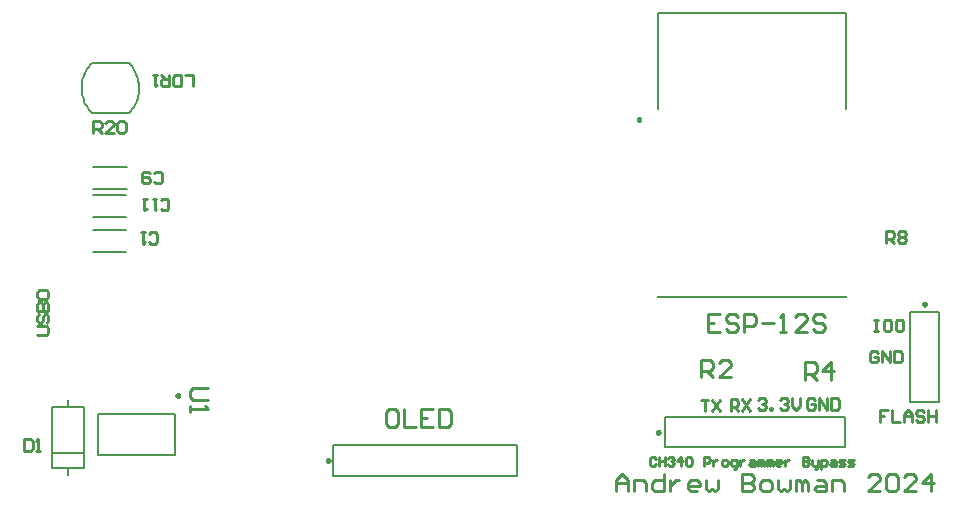
<source format=gto>
%FSTAX23Y23*%
%MOIN*%
%SFA1B1*%

%IPPOS*%
%ADD10C,0.009843*%
%ADD11C,0.007874*%
%ADD12C,0.010000*%
%LNpcb1-1*%
%LPD*%
G54D10*
X02081Y01274D02*
D01*
X02081Y01274*
X02081Y01274*
X02081Y01275*
X02081Y01275*
X02081Y01275*
X02081Y01276*
X02081Y01276*
X02081Y01276*
X02081Y01277*
X0208Y01277*
X0208Y01277*
X0208Y01277*
X0208Y01277*
X02079Y01278*
X02079Y01278*
X02079Y01278*
X02078Y01278*
X02078Y01278*
X02078Y01278*
X02077Y01278*
X02077Y01279*
X02077Y01279*
X02076*
X02076Y01279*
X02076Y01278*
X02075Y01278*
X02075Y01278*
X02075Y01278*
X02074Y01278*
X02074Y01278*
X02074Y01278*
X02074Y01277*
X02073Y01277*
X02073Y01277*
X02073Y01277*
X02073Y01277*
X02072Y01276*
X02072Y01276*
X02072Y01276*
X02072Y01275*
X02072Y01275*
X02072Y01275*
X02072Y01274*
X02072Y01274*
X02072Y01274*
X02072Y01273*
X02072Y01273*
X02072Y01273*
X02072Y01272*
X02072Y01272*
X02072Y01272*
X02072Y01271*
X02072Y01271*
X02073Y01271*
X02073Y0127*
X02073Y0127*
X02073Y0127*
X02074Y0127*
X02074Y0127*
X02074Y01269*
X02074Y01269*
X02075Y01269*
X02075Y01269*
X02075Y01269*
X02076Y01269*
X02076Y01269*
X02076Y01269*
X02077*
X02077Y01269*
X02077Y01269*
X02078Y01269*
X02078Y01269*
X02078Y01269*
X02079Y01269*
X02079Y01269*
X02079Y0127*
X0208Y0127*
X0208Y0127*
X0208Y0127*
X0208Y0127*
X02081Y01271*
X02081Y01271*
X02081Y01271*
X02081Y01272*
X02081Y01272*
X02081Y01272*
X02081Y01273*
X02081Y01273*
X02081Y01273*
X02081Y01274*
X02145Y00232D02*
D01*
X02145Y00232*
X02145Y00232*
X02145Y00233*
X02145Y00233*
X02145Y00233*
X02144Y00234*
X02144Y00234*
X02144Y00234*
X02144Y00234*
X02144Y00235*
X02143Y00235*
X02143Y00235*
X02143Y00235*
X02143Y00236*
X02142Y00236*
X02142Y00236*
X02142Y00236*
X02141Y00236*
X02141Y00236*
X02141Y00236*
X0214Y00236*
X0214Y00236*
X0214*
X02139Y00236*
X02139Y00236*
X02139Y00236*
X02138Y00236*
X02138Y00236*
X02138Y00236*
X02137Y00236*
X02137Y00236*
X02137Y00235*
X02137Y00235*
X02136Y00235*
X02136Y00235*
X02136Y00234*
X02136Y00234*
X02136Y00234*
X02135Y00234*
X02135Y00233*
X02135Y00233*
X02135Y00233*
X02135Y00232*
X02135Y00232*
X02135Y00232*
X02135Y00231*
X02135Y00231*
X02135Y0023*
X02135Y0023*
X02135Y0023*
X02135Y00229*
X02136Y00229*
X02136Y00229*
X02136Y00229*
X02136Y00228*
X02136Y00228*
X02137Y00228*
X02137Y00228*
X02137Y00227*
X02137Y00227*
X02138Y00227*
X02138Y00227*
X02138Y00227*
X02139Y00227*
X02139Y00227*
X02139Y00227*
X0214Y00227*
X0214*
X0214Y00227*
X02141Y00227*
X02141Y00227*
X02141Y00227*
X02142Y00227*
X02142Y00227*
X02142Y00227*
X02143Y00227*
X02143Y00228*
X02143Y00228*
X02143Y00228*
X02144Y00228*
X02144Y00229*
X02144Y00229*
X02144Y00229*
X02144Y00229*
X02145Y0023*
X02145Y0023*
X02145Y0023*
X02145Y00231*
X02145Y00231*
X02145Y00232*
X03033Y00658D02*
D01*
X03033Y00658*
X03033Y00659*
X03033Y00659*
X03033Y00659*
X03033Y0066*
X03033Y0066*
X03033Y0066*
X03033Y00661*
X03032Y00661*
X03032Y00661*
X03032Y00662*
X03032Y00662*
X03032Y00662*
X03031Y00662*
X03031Y00662*
X03031Y00663*
X0303Y00663*
X0303Y00663*
X0303Y00663*
X03029Y00663*
X03029Y00663*
X03029Y00663*
X03028*
X03028Y00663*
X03028Y00663*
X03027Y00663*
X03027Y00663*
X03027Y00663*
X03026Y00663*
X03026Y00662*
X03026Y00662*
X03025Y00662*
X03025Y00662*
X03025Y00662*
X03025Y00661*
X03025Y00661*
X03024Y00661*
X03024Y0066*
X03024Y0066*
X03024Y0066*
X03024Y00659*
X03024Y00659*
X03024Y00659*
X03024Y00658*
X03024Y00658*
X03024Y00658*
X03024Y00657*
X03024Y00657*
X03024Y00657*
X03024Y00656*
X03024Y00656*
X03024Y00656*
X03024Y00655*
X03025Y00655*
X03025Y00655*
X03025Y00655*
X03025Y00654*
X03025Y00654*
X03026Y00654*
X03026Y00654*
X03026Y00654*
X03027Y00654*
X03027Y00653*
X03027Y00653*
X03028Y00653*
X03028Y00653*
X03028Y00653*
X03029*
X03029Y00653*
X03029Y00653*
X0303Y00653*
X0303Y00653*
X0303Y00654*
X03031Y00654*
X03031Y00654*
X03031Y00654*
X03032Y00654*
X03032Y00654*
X03032Y00655*
X03032Y00655*
X03032Y00655*
X03033Y00655*
X03033Y00656*
X03033Y00656*
X03033Y00656*
X03033Y00657*
X03033Y00657*
X03033Y00657*
X03033Y00658*
X03033Y00658*
X00544Y00354D02*
D01*
X00544Y00355*
X00544Y00355*
X00544Y00355*
X00544Y00356*
X00544Y00356*
X00544Y00356*
X00544Y00357*
X00543Y00357*
X00543Y00357*
X00543Y00357*
X00543Y00358*
X00543Y00358*
X00542Y00358*
X00542Y00358*
X00542Y00358*
X00541Y00359*
X00541Y00359*
X00541Y00359*
X0054Y00359*
X0054Y00359*
X0054Y00359*
X00539Y00359*
X00539*
X00539Y00359*
X00538Y00359*
X00538Y00359*
X00538Y00359*
X00537Y00359*
X00537Y00359*
X00537Y00358*
X00537Y00358*
X00536Y00358*
X00536Y00358*
X00536Y00358*
X00536Y00357*
X00535Y00357*
X00535Y00357*
X00535Y00357*
X00535Y00356*
X00535Y00356*
X00535Y00356*
X00534Y00355*
X00534Y00355*
X00534Y00355*
X00534Y00354*
X00534Y00354*
X00534Y00354*
X00534Y00353*
X00535Y00353*
X00535Y00353*
X00535Y00352*
X00535Y00352*
X00535Y00352*
X00535Y00351*
X00536Y00351*
X00536Y00351*
X00536Y00351*
X00536Y0035*
X00537Y0035*
X00537Y0035*
X00537Y0035*
X00537Y0035*
X00538Y0035*
X00538Y00349*
X00538Y00349*
X00539Y00349*
X00539Y00349*
X00539*
X0054Y00349*
X0054Y00349*
X0054Y00349*
X00541Y0035*
X00541Y0035*
X00541Y0035*
X00542Y0035*
X00542Y0035*
X00542Y0035*
X00543Y00351*
X00543Y00351*
X00543Y00351*
X00543Y00351*
X00543Y00352*
X00544Y00352*
X00544Y00352*
X00544Y00353*
X00544Y00353*
X00544Y00353*
X00544Y00354*
X00544Y00354*
X00544Y00354*
X01045Y00138D02*
D01*
X01045Y00138*
X01045Y00138*
X01045Y00139*
X01045Y00139*
X01045Y00139*
X01044Y0014*
X01044Y0014*
X01044Y0014*
X01044Y0014*
X01044Y00141*
X01043Y00141*
X01043Y00141*
X01043Y00141*
X01043Y00142*
X01042Y00142*
X01042Y00142*
X01042Y00142*
X01041Y00142*
X01041Y00142*
X01041Y00142*
X0104Y00142*
X0104Y00142*
X0104*
X01039Y00142*
X01039Y00142*
X01039Y00142*
X01038Y00142*
X01038Y00142*
X01038Y00142*
X01037Y00142*
X01037Y00142*
X01037Y00141*
X01037Y00141*
X01036Y00141*
X01036Y00141*
X01036Y0014*
X01036Y0014*
X01036Y0014*
X01035Y0014*
X01035Y00139*
X01035Y00139*
X01035Y00139*
X01035Y00138*
X01035Y00138*
X01035Y00138*
X01035Y00137*
X01035Y00137*
X01035Y00136*
X01035Y00136*
X01035Y00136*
X01035Y00135*
X01036Y00135*
X01036Y00135*
X01036Y00135*
X01036Y00134*
X01036Y00134*
X01037Y00134*
X01037Y00134*
X01037Y00133*
X01037Y00133*
X01038Y00133*
X01038Y00133*
X01038Y00133*
X01039Y00133*
X01039Y00133*
X01039Y00133*
X0104Y00133*
X0104*
X0104Y00133*
X01041Y00133*
X01041Y00133*
X01041Y00133*
X01042Y00133*
X01042Y00133*
X01042Y00133*
X01043Y00133*
X01043Y00134*
X01043Y00134*
X01043Y00134*
X01044Y00134*
X01044Y00135*
X01044Y00135*
X01044Y00135*
X01044Y00135*
X01045Y00136*
X01045Y00136*
X01045Y00136*
X01045Y00137*
X01045Y00137*
X01045Y00138*
G54D11*
X00377Y01296D02*
D01*
X00382Y01302*
X00387Y01309*
X00392Y01315*
X00396Y01322*
X004Y01329*
X00403Y01337*
X00405Y01345*
X00408Y01352*
X00409Y0136*
X0041Y01368*
X0041Y01376*
X0041Y01385*
X0041Y01393*
X00408Y01401*
X00407Y01409*
X00404Y01416*
X00401Y01424*
X00398Y01431*
X00394Y01438*
X0039Y01445*
X00385Y01452*
X00379Y01458*
X00377Y01461*
X00253D02*
D01*
X00247Y01455*
X00242Y01448*
X00237Y01442*
X00233Y01435*
X00229Y01428*
X00226Y0142*
X00224Y01412*
X00221Y01405*
X0022Y01397*
X00219Y01389*
X00219Y01381*
X00219Y01372*
X00219Y01364*
X00221Y01356*
X00222Y01348*
X00225Y01341*
X00228Y01333*
X00231Y01326*
X00235Y01319*
X00239Y01312*
X00244Y01305*
X0025Y01299*
X00253Y01296*
X02139Y01628D02*
X02768D01*
Y00683D02*
Y00684D01*
Y01308D02*
Y01628D01*
X02139Y00683D02*
X02768D01*
X02139D02*
Y00684D01*
Y01308D02*
Y01628D01*
X00253Y01296D02*
X00377D01*
X00253Y01461D02*
X00377D01*
X00255Y0095D02*
X00367D01*
X00255Y01023D02*
X00367D01*
X00255Y00906D02*
X00367D01*
X00255Y00833D02*
X00367D01*
X02164Y00282D02*
X02764D01*
Y00182D02*
Y00282D01*
X02164Y00182D02*
X02764D01*
X02164D02*
Y00282D01*
X00119Y00111D02*
Y00316D01*
X00226*
Y00111D02*
Y00316D01*
X00119Y00111D02*
X00226D01*
X00173Y00088D02*
Y00111D01*
Y00316D02*
Y00339D01*
X00122Y00162D02*
X00223D01*
X03078Y00333D02*
Y00633D01*
X02979Y00333D02*
Y00633D01*
X03078*
X02979Y00333D02*
X03078D01*
X0053Y00156D02*
Y00293D01*
X00273Y00156D02*
X0053D01*
X00273D02*
Y00293D01*
X0053*
X00256Y01115D02*
X00369D01*
X00256Y01042D02*
X00369D01*
X01058Y00085D02*
X01669D01*
X01058D02*
Y0019D01*
X01669*
Y00085D02*
Y0019D01*
G54D12*
X02873Y00497D02*
X02866Y00503D01*
X02853*
X02847Y00497*
Y0047*
X02853Y00464*
X02866*
X02873Y0047*
Y00483*
X0286*
X02886Y00464D02*
Y00503D01*
X02913Y00464*
Y00503*
X02926D02*
Y00464D01*
X02946*
X02953Y0047*
Y00497*
X02946Y00503*
X02926*
X02859Y00607D02*
X02872D01*
X02865*
Y00568*
X02859*
X02872*
X02912Y00607D02*
X02898D01*
X02892Y00601*
Y00574*
X02898Y00568*
X02912*
X02918Y00574*
Y00601*
X02912Y00607*
X02932Y00601D02*
X02938Y00607D01*
X02952*
X02958Y00601*
Y00574*
X02952Y00568*
X02938*
X02932Y00574*
Y00601*
X02382Y00302D02*
Y00341D01*
X02401*
X02408Y00335*
Y00321*
X02401Y00315*
X02382*
X02395D02*
X02408Y00302D01*
X02421Y00341D02*
X02448Y00302D01*
Y00341D02*
X02421Y00302D01*
X02664Y0034D02*
X02657Y00346D01*
X02644*
X02638Y0034*
Y00313*
X02644Y00307*
X02657*
X02664Y00313*
Y00326*
X02651*
X02677Y00307D02*
Y00346D01*
X02704Y00307*
Y00346*
X02717D02*
Y00307D01*
X02737*
X02744Y00313*
Y0034*
X02737Y00346*
X02717*
X02907Y00305D02*
X02881D01*
Y00285*
X02894*
X02881*
Y00266*
X0292Y00305D02*
Y00266D01*
X02947*
X0296D02*
Y00292D01*
X02974Y00305*
X02987Y00292*
Y00266*
Y00285*
X0296*
X03027Y00299D02*
X0302Y00305D01*
X03007*
X03Y00299*
Y00292*
X03007Y00285*
X0302*
X03027Y00279*
Y00272*
X0302Y00266*
X03007*
X03Y00272*
X0304Y00305D02*
Y00266D01*
Y00285*
X03067*
Y00305*
Y00266*
X02282Y0034D02*
X02308D01*
X02295*
Y00301*
X02321Y0034D02*
X02348Y00301D01*
Y0034D02*
X02321Y00301D01*
X02473Y00339D02*
X02479Y00345D01*
X02492*
X02499Y00339*
Y00332*
X02492Y00325*
X02486*
X02492*
X02499Y00319*
Y00312*
X02492Y00306*
X02479*
X02473Y00312*
X02512Y00306D02*
Y00312D01*
X02519*
Y00306*
X02512*
X02546Y00339D02*
X02552Y00345D01*
X02566*
X02572Y00339*
Y00332*
X02566Y00325*
X02559*
X02566*
X02572Y00319*
Y00312*
X02566Y00306*
X02552*
X02546Y00312*
X02586Y00345D02*
Y00319D01*
X02599Y00306*
X02612Y00319*
Y00345*
X02001Y00034D02*
Y00073D01*
X0202Y00093*
X0204Y00073*
Y00034*
Y00063*
X02001*
X0206Y00034D02*
Y00073D01*
X0209*
X021Y00063*
Y00034*
X0216Y00093D02*
Y00034D01*
X0213*
X0212Y00043*
Y00063*
X0213Y00073*
X0216*
X0218D02*
Y00034D01*
Y00053*
X0219Y00063*
X022Y00073*
X0221*
X0227Y00034D02*
X0225D01*
X0224Y00043*
Y00063*
X0225Y00073*
X0227*
X0228Y00063*
Y00053*
X0224*
X023Y00073D02*
Y00043D01*
X0231Y00034*
X0232Y00043*
X0233Y00034*
X0234Y00043*
Y00073*
X0242Y00093D02*
Y00034D01*
X0245*
X0246Y00043*
Y00053*
X0245Y00063*
X0242*
X0245*
X0246Y00073*
Y00083*
X0245Y00093*
X0242*
X0249Y00034D02*
X0251D01*
X0252Y00043*
Y00063*
X0251Y00073*
X0249*
X0248Y00063*
Y00043*
X0249Y00034*
X0254Y00073D02*
Y00043D01*
X0255Y00034*
X0256Y00043*
X0257Y00034*
X0258Y00043*
Y00073*
X026Y00034D02*
Y00073D01*
X0261*
X0262Y00063*
Y00034*
Y00063*
X0263Y00073*
X0264Y00063*
Y00034*
X0267Y00073D02*
X0269D01*
X027Y00063*
Y00034*
X0267*
X0266Y00043*
X0267Y00053*
X027*
X0272Y00034D02*
Y00073D01*
X0275*
X0276Y00063*
Y00034*
X0288D02*
X0284D01*
X0288Y00073*
Y00083*
X0287Y00093*
X0285*
X0284Y00083*
X029D02*
X0291Y00093D01*
X0293*
X0294Y00083*
Y00043*
X0293Y00034*
X0291*
X029Y00043*
Y00083*
X03Y00034D02*
X0296D01*
X03Y00073*
Y00083*
X0299Y00093*
X0297*
X0296Y00083*
X0305Y00034D02*
Y00093D01*
X0302Y00063*
X0306*
X00069Y00557D02*
X00102D01*
X00108Y00564*
Y00577*
X00102Y00584*
X00069*
X00075Y00624D02*
X00069Y00617D01*
Y00604*
X00075Y00597*
X00082*
X00089Y00604*
Y00617*
X00095Y00624*
X00102*
X00108Y00617*
Y00604*
X00102Y00597*
X00069Y00637D02*
X00108D01*
Y00657*
X00102Y00664*
X00095*
X00089Y00657*
Y00637*
Y00657*
X00082Y00664*
X00075*
X00069Y00657*
Y00637*
X00075Y00677D02*
X00069Y00684D01*
Y00697*
X00075Y00704*
X00102*
X00108Y00697*
Y00684*
X00102Y00677*
X00075*
X029Y00863D02*
Y00903D01*
X0292*
X02926Y00897*
Y00883*
X0292Y00877*
X029*
X02913D02*
X02926Y00863D01*
X0294Y00897D02*
X02946Y00903D01*
X02959*
X02966Y00897*
Y0089*
X02959Y00883*
X02966Y00877*
Y0087*
X02959Y00863*
X02946*
X0294Y0087*
Y00877*
X02946Y00883*
X0294Y0089*
Y00897*
X02946Y00883D02*
X02959D01*
X02629Y00406D02*
Y00465D01*
X02659*
X02669Y00455*
Y00436*
X02659Y00426*
X02629*
X02649D02*
X02669Y00406D01*
X02718D02*
Y00465D01*
X02688Y00436*
X02728*
X02284Y00414D02*
Y00473D01*
X02314*
X02324Y00463*
Y00444*
X02314Y00434*
X02284*
X02304D02*
X02324Y00414D01*
X02383D02*
X02343D01*
X02383Y00453*
Y00463*
X02373Y00473*
X02353*
X02343Y00463*
X00028Y00209D02*
Y0017D01*
X00048*
X00055Y00176*
Y00203*
X00048Y00209*
X00028*
X00068Y0017D02*
X00081D01*
X00074*
Y00209*
X00068Y00203*
X00482Y00977D02*
X00488Y00971D01*
X00502*
X00508Y00977*
Y01004*
X00502Y0101*
X00488*
X00482Y01004*
X00468Y0101D02*
X00455D01*
X00462*
Y00971*
X00468Y00977*
X00435Y0101D02*
X00422D01*
X00428*
Y00971*
X00435Y00977*
X00461Y01067D02*
X00468Y01061D01*
X00481*
X00488Y01067*
Y01094*
X00481Y011*
X00468*
X00461Y01094*
X00448D02*
X00441Y011D01*
X00428*
X00421Y01094*
Y01067*
X00428Y01061*
X00441*
X00448Y01067*
Y01074*
X00441Y01081*
X00421*
X00442Y00865D02*
X00449Y00859D01*
X00462*
X00469Y00865*
Y00892*
X00462Y00898*
X00449*
X00442Y00892*
X00429Y00898D02*
X00415D01*
X00422*
Y00859*
X00429Y00865*
X0064Y00379D02*
X00591D01*
X00581Y00369*
Y00349*
X00591Y0034*
X0064*
X00581Y0032D02*
Y003D01*
Y0031*
X0064*
X0063Y0032*
X02133Y00143D02*
X02128Y00148D01*
X02118*
X02113Y00143*
Y00124*
X02118Y00119*
X02128*
X02133Y00124*
X02143Y00148D02*
Y00119D01*
Y00134*
X02163*
Y00148*
Y00119*
X02173Y00143D02*
X02178Y00148D01*
X02188*
X02193Y00143*
Y00138*
X02188Y00134*
X02183*
X02188*
X02193Y00129*
Y00124*
X02188Y00119*
X02178*
X02173Y00124*
X02218Y00119D02*
Y00148D01*
X02203Y00134*
X02223*
X02233Y00143D02*
X02238Y00148D01*
X02248*
X02253Y00143*
Y00124*
X02248Y00119*
X02238*
X02233Y00124*
Y00143*
X02293Y00119D02*
Y00148D01*
X02308*
X02313Y00143*
Y00134*
X02308Y00129*
X02293*
X02323Y00138D02*
Y00119D01*
Y00129*
X02328Y00134*
X02333Y00138*
X02338*
X02358Y00119D02*
X02368D01*
X02373Y00124*
Y00134*
X02368Y00138*
X02358*
X02353Y00134*
Y00124*
X02358Y00119*
X02393Y00109D02*
X02398D01*
X02403Y00114*
Y00138*
X02388*
X02383Y00134*
Y00124*
X02388Y00119*
X02403*
X02413Y00138D02*
Y00119D01*
Y00129*
X02418Y00134*
X02423Y00138*
X02428*
X02448D02*
X02458D01*
X02462Y00134*
Y00119*
X02448*
X02443Y00124*
X02448Y00129*
X02462*
X02472Y00119D02*
Y00138D01*
X02477*
X02482Y00134*
Y00119*
Y00134*
X02487Y00138*
X02492Y00134*
Y00119*
X02502D02*
Y00138D01*
X02507*
X02512Y00134*
Y00119*
Y00134*
X02517Y00138*
X02522Y00134*
Y00119*
X02547D02*
X02537D01*
X02532Y00124*
Y00134*
X02537Y00138*
X02547*
X02552Y00134*
Y00129*
X02532*
X02562Y00138D02*
Y00119D01*
Y00129*
X02567Y00134*
X02572Y00138*
X02577*
X02622Y00148D02*
Y00119D01*
X02637*
X02642Y00124*
Y00129*
X02637Y00134*
X02622*
X02637*
X02642Y00138*
Y00143*
X02637Y00148*
X02622*
X02652Y00138D02*
Y00124D01*
X02657Y00119*
X02672*
Y00114*
X02667Y00109*
X02662*
X02672Y00119D02*
Y00138D01*
X02682Y00109D02*
Y00138D01*
X02697*
X02702Y00134*
Y00124*
X02697Y00119*
X02682*
X02717Y00138D02*
X02727D01*
X02732Y00134*
Y00119*
X02717*
X02712Y00124*
X02717Y00129*
X02732*
X02742Y00119D02*
X02757D01*
X02762Y00124*
X02757Y00129*
X02747*
X02742Y00134*
X02747Y00138*
X02762*
X02772Y00119D02*
X02787D01*
X02792Y00124*
X02787Y00129*
X02777*
X02772Y00134*
X02777Y00138*
X02792*
X00258Y0123D02*
Y01269D01*
X00278*
X00285Y01263*
Y0125*
X00278Y01243*
X00258*
X00272D02*
X00285Y0123D01*
X00325D02*
X00298D01*
X00325Y01256*
Y01263*
X00318Y01269*
X00305*
X00298Y01263*
X00338D02*
X00345Y01269D01*
X00358*
X00365Y01263*
Y01236*
X00358Y0123*
X00345*
X00338Y01236*
Y01263*
X00589Y01384D02*
Y01423D01*
X00562*
X00549Y01384D02*
Y01423D01*
X00529*
X00523Y01417*
Y0139*
X00529Y01384*
X00549*
X00509Y01423D02*
Y01384D01*
X00489*
X00483Y0139*
Y01404*
X00489Y0141*
X00509*
X00496D02*
X00483Y01423D01*
X00469D02*
X00456D01*
X00463*
Y01384*
X00469Y0139*
X01262Y00309D02*
X01242D01*
X01232Y00299*
Y0026*
X01242Y0025*
X01262*
X01272Y0026*
Y00299*
X01262Y00309*
X01292D02*
Y0025D01*
X01332*
X01391Y00309D02*
X01351D01*
Y0025*
X01391*
X01351Y0028D02*
X01371D01*
X01411Y00309D02*
Y0025D01*
X01441*
X01451Y0026*
Y00299*
X01441Y00309*
X01411*
X02348Y00625D02*
X02308D01*
Y00566*
X02348*
X02308Y00596D02*
X02328D01*
X02408Y00615D02*
X02398Y00625D01*
X02378*
X02368Y00615*
Y00605*
X02378Y00596*
X02398*
X02408Y00586*
Y00576*
X02398Y00566*
X02378*
X02368Y00576*
X02428Y00566D02*
Y00625D01*
X02458*
X02468Y00615*
Y00596*
X02458Y00586*
X02428*
X02488Y00596D02*
X02527D01*
X02547Y00566D02*
X02567D01*
X02557*
Y00625*
X02547Y00615*
X02637Y00566D02*
X02597D01*
X02637Y00605*
Y00615*
X02627Y00625*
X02607*
X02597Y00615*
X02697D02*
X02687Y00625D01*
X02667*
X02657Y00615*
Y00605*
X02667Y00596*
X02687*
X02697Y00586*
Y00576*
X02687Y00566*
X02667*
X02657Y00576*
M02*
</source>
